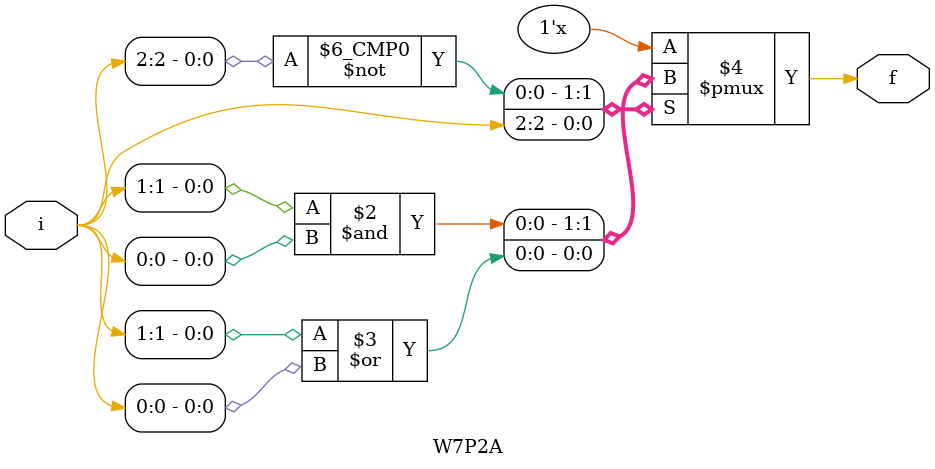
<source format=v>
module W7P2A(i,f);
input [2:0]i;
output f;
reg f;
always @ (i)
begin
case(i[2])
0:f=i[1]&i[0];
1:f=i[1]|i[0];
endcase
end
endmodule

</source>
